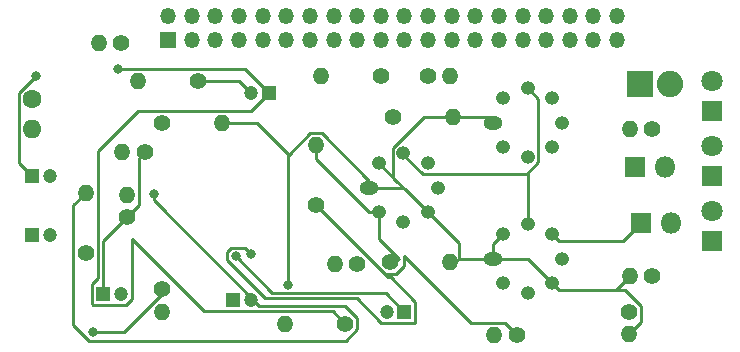
<source format=gbr>
%TF.GenerationSoftware,KiCad,Pcbnew,(5.1.10)-1*%
%TF.CreationDate,2021-06-16T23:55:04+02:00*%
%TF.ProjectId,_Final_EEE3088Project,5f46696e-616c-45f4-9545-453330383850,rev?*%
%TF.SameCoordinates,Original*%
%TF.FileFunction,Copper,L2,Bot*%
%TF.FilePolarity,Positive*%
%FSLAX46Y46*%
G04 Gerber Fmt 4.6, Leading zero omitted, Abs format (unit mm)*
G04 Created by KiCad (PCBNEW (5.1.10)-1) date 2021-06-16 23:55:04*
%MOMM*%
%LPD*%
G01*
G04 APERTURE LIST*
%TA.AperFunction,ComponentPad*%
%ADD10O,1.400000X1.400000*%
%TD*%
%TA.AperFunction,ComponentPad*%
%ADD11C,1.400000*%
%TD*%
%TA.AperFunction,ComponentPad*%
%ADD12C,1.200000*%
%TD*%
%TA.AperFunction,ComponentPad*%
%ADD13R,1.200000X1.200000*%
%TD*%
%TA.AperFunction,ComponentPad*%
%ADD14R,2.240000X2.240000*%
%TD*%
%TA.AperFunction,ComponentPad*%
%ADD15O,2.240000X2.240000*%
%TD*%
%TA.AperFunction,ComponentPad*%
%ADD16R,1.800000X1.800000*%
%TD*%
%TA.AperFunction,ComponentPad*%
%ADD17O,1.800000X1.800000*%
%TD*%
%TA.AperFunction,ComponentPad*%
%ADD18R,1.350000X1.350000*%
%TD*%
%TA.AperFunction,ComponentPad*%
%ADD19O,1.350000X1.350000*%
%TD*%
%TA.AperFunction,ComponentPad*%
%ADD20C,1.600000*%
%TD*%
%TA.AperFunction,ComponentPad*%
%ADD21O,1.600000X1.600000*%
%TD*%
%TA.AperFunction,ComponentPad*%
%ADD22C,1.800000*%
%TD*%
%TA.AperFunction,ComponentPad*%
%ADD23O,1.600000X1.200000*%
%TD*%
%TA.AperFunction,ComponentPad*%
%ADD24O,1.200000X1.200000*%
%TD*%
%TA.AperFunction,ViaPad*%
%ADD25C,0.800000*%
%TD*%
%TA.AperFunction,Conductor*%
%ADD26C,0.250000*%
%TD*%
G04 APERTURE END LIST*
D10*
%TO.P,R5,2*%
%TO.N,Net-(Buck/Boost1-Pad11)*%
X107720000Y-80200000D03*
D11*
%TO.P,R5,1*%
%TO.N,Net-(C3-Pad2)*%
X112800000Y-80200000D03*
%TD*%
%TO.P,R4,1*%
%TO.N,Net-(Buck/Boost1-Pad7)*%
X109800000Y-83700000D03*
D10*
%TO.P,R4,2*%
%TO.N,GND*%
X114880000Y-83700000D03*
%TD*%
D12*
%TO.P,C1,2*%
%TO.N,GND*%
X100300000Y-88200000D03*
D13*
%TO.P,C1,1*%
%TO.N,Net-(Buck/Boost1-Pad1)*%
X98800000Y-88200000D03*
%TD*%
%TO.P,C2,1*%
%TO.N,Vin*%
X115800000Y-98700000D03*
D12*
%TO.P,C2,2*%
%TO.N,GND*%
X117300000Y-98700000D03*
%TD*%
D13*
%TO.P,C3,1*%
%TO.N,Net-(Buck/Boost1-Pad12)*%
X118800000Y-81200000D03*
D12*
%TO.P,C3,2*%
%TO.N,Net-(C3-Pad2)*%
X117300000Y-81200000D03*
%TD*%
%TO.P,C4,2*%
%TO.N,GND*%
X100300000Y-93200000D03*
D13*
%TO.P,C4,1*%
%TO.N,Net-(Buck/Boost1-Pad7)*%
X98800000Y-93200000D03*
%TD*%
D12*
%TO.P,C5,2*%
%TO.N,Net-(Buck/Boost1-Pad12)*%
X128800000Y-99700000D03*
D13*
%TO.P,C5,1*%
%TO.N,Net-(C5-Pad1)*%
X130300000Y-99700000D03*
%TD*%
%TO.P,C6,1*%
%TO.N,/Vreg*%
X104800000Y-98200000D03*
D12*
%TO.P,C6,2*%
%TO.N,GND*%
X106300000Y-98200000D03*
%TD*%
D14*
%TO.P,D1,1*%
%TO.N,Net-(D1-Pad1)*%
X150260000Y-80450000D03*
D15*
%TO.P,D1,2*%
%TO.N,Net-(D1-Pad2)*%
X152800000Y-80450000D03*
%TD*%
D16*
%TO.P,D2,1*%
%TO.N,Net-(D2-Pad1)*%
X149800000Y-87450000D03*
D17*
%TO.P,D2,2*%
%TO.N,Net-(D2-Pad2)*%
X152340000Y-87450000D03*
%TD*%
%TO.P,D3,2*%
%TO.N,Net-(D3-Pad2)*%
X152840000Y-92200000D03*
D16*
%TO.P,D3,1*%
%TO.N,Net-(D3-Pad1)*%
X150300000Y-92200000D03*
%TD*%
D18*
%TO.P,J1,1*%
%TO.N,Vin*%
X110300000Y-76700000D03*
D19*
%TO.P,J1,2*%
%TO.N,Net-(J1-Pad2)*%
X110300000Y-74700000D03*
%TO.P,J1,3*%
%TO.N,Net-(J1-Pad3)*%
X112300000Y-76700000D03*
%TO.P,J1,4*%
%TO.N,Net-(J1-Pad4)*%
X112300000Y-74700000D03*
%TO.P,J1,5*%
%TO.N,Net-(J1-Pad5)*%
X114300000Y-76700000D03*
%TO.P,J1,6*%
%TO.N,GND*%
X114300000Y-74700000D03*
%TO.P,J1,7*%
%TO.N,Net-(J1-Pad7)*%
X116300000Y-76700000D03*
%TO.P,J1,8*%
%TO.N,Net-(J1-Pad8)*%
X116300000Y-74700000D03*
%TO.P,J1,9*%
%TO.N,Net-(J1-Pad9)*%
X118300000Y-76700000D03*
%TO.P,J1,10*%
%TO.N,Net-(J1-Pad10)*%
X118300000Y-74700000D03*
%TO.P,J1,11*%
%TO.N,Net-(J1-Pad11)*%
X120300000Y-76700000D03*
%TO.P,J1,12*%
%TO.N,Net-(J1-Pad12)*%
X120300000Y-74700000D03*
%TO.P,J1,13*%
%TO.N,Net-(J1-Pad13)*%
X122300000Y-76700000D03*
%TO.P,J1,14*%
%TO.N,Net-(J1-Pad14)*%
X122300000Y-74700000D03*
%TO.P,J1,15*%
%TO.N,Net-(J1-Pad15)*%
X124300000Y-76700000D03*
%TO.P,J1,16*%
%TO.N,Net-(J1-Pad16)*%
X124300000Y-74700000D03*
%TO.P,J1,17*%
%TO.N,Net-(J1-Pad17)*%
X126300000Y-76700000D03*
%TO.P,J1,18*%
%TO.N,Net-(J1-Pad18)*%
X126300000Y-74700000D03*
%TO.P,J1,19*%
%TO.N,Net-(J1-Pad19)*%
X128300000Y-76700000D03*
%TO.P,J1,20*%
%TO.N,Net-(J1-Pad20)*%
X128300000Y-74700000D03*
%TO.P,J1,21*%
%TO.N,Net-(J1-Pad21)*%
X130300000Y-76700000D03*
%TO.P,J1,22*%
%TO.N,Net-(J1-Pad22)*%
X130300000Y-74700000D03*
%TO.P,J1,23*%
%TO.N,Net-(J1-Pad23)*%
X132300000Y-76700000D03*
%TO.P,J1,24*%
%TO.N,Net-(J1-Pad24)*%
X132300000Y-74700000D03*
%TO.P,J1,25*%
%TO.N,Net-(J1-Pad25)*%
X134300000Y-76700000D03*
%TO.P,J1,26*%
%TO.N,Net-(J1-Pad26)*%
X134300000Y-74700000D03*
%TO.P,J1,27*%
%TO.N,Net-(J1-Pad27)*%
X136300000Y-76700000D03*
%TO.P,J1,28*%
%TO.N,Net-(J1-Pad28)*%
X136300000Y-74700000D03*
%TO.P,J1,29*%
%TO.N,Net-(J1-Pad29)*%
X138300000Y-76700000D03*
%TO.P,J1,30*%
%TO.N,Net-(J1-Pad30)*%
X138300000Y-74700000D03*
%TO.P,J1,31*%
%TO.N,Net-(J1-Pad31)*%
X140300000Y-76700000D03*
%TO.P,J1,32*%
%TO.N,Net-(J1-Pad32)*%
X140300000Y-74700000D03*
%TO.P,J1,33*%
%TO.N,Net-(J1-Pad33)*%
X142300000Y-76700000D03*
%TO.P,J1,34*%
%TO.N,Net-(J1-Pad34)*%
X142300000Y-74700000D03*
%TO.P,J1,35*%
%TO.N,Net-(J1-Pad35)*%
X144300000Y-76700000D03*
%TO.P,J1,36*%
%TO.N,Net-(J1-Pad36)*%
X144300000Y-74700000D03*
%TO.P,J1,37*%
%TO.N,Net-(J1-Pad37)*%
X146300000Y-76700000D03*
%TO.P,J1,38*%
%TO.N,Net-(J1-Pad38)*%
X146300000Y-74700000D03*
%TO.P,J1,39*%
%TO.N,Net-(J1-Pad39)*%
X148300000Y-76700000D03*
%TO.P,J1,40*%
%TO.N,Net-(J1-Pad40)*%
X148300000Y-74700000D03*
%TD*%
D20*
%TO.P,L1,1*%
%TO.N,Net-(Buck/Boost1-Pad4)*%
X98800000Y-81700000D03*
D21*
%TO.P,L1,2*%
%TO.N,Net-(Buck/Boost1-Pad6)*%
X98800000Y-84240000D03*
%TD*%
D16*
%TO.P,LED1,1*%
%TO.N,Net-(LED1-Pad1)*%
X156300000Y-82700000D03*
D22*
%TO.P,LED1,2*%
%TO.N,Net-(D1-Pad2)*%
X156300000Y-80160000D03*
%TD*%
%TO.P,LED2,2*%
%TO.N,Net-(D2-Pad2)*%
X156300000Y-85660000D03*
D16*
%TO.P,LED2,1*%
%TO.N,Net-(LED2-Pad1)*%
X156300000Y-88200000D03*
%TD*%
%TO.P,LED3,1*%
%TO.N,Net-(LED3-Pad1)*%
X156300000Y-93700000D03*
D22*
%TO.P,LED3,2*%
%TO.N,Net-(D3-Pad2)*%
X156300000Y-91160000D03*
%TD*%
D23*
%TO.P,OP1,1*%
%TO.N,GND*%
X137800000Y-83700000D03*
D24*
%TO.P,OP1,2*%
%TO.N,Net-(OP1-Pad2)*%
X138655248Y-85764752D03*
%TO.P,OP1,3*%
%TO.N,Net-(OP1-Pad3)*%
X140720000Y-86620000D03*
%TO.P,OP1,4*%
%TO.N,GND*%
X142784752Y-85764752D03*
%TO.P,OP1,5*%
%TO.N,Net-(OP1-Pad5)*%
X143640000Y-83700000D03*
%TO.P,OP1,6*%
%TO.N,Net-(D1-Pad1)*%
X142784752Y-81635248D03*
%TO.P,OP1,7*%
%TO.N,Vin*%
X140720000Y-80780000D03*
%TO.P,OP1,8*%
%TO.N,GND*%
X138655248Y-81635248D03*
%TD*%
%TO.P,OP2,8*%
%TO.N,GND*%
X128155248Y-87135248D03*
%TO.P,OP2,7*%
%TO.N,Vin*%
X130220000Y-86280000D03*
%TO.P,OP2,6*%
%TO.N,Net-(D2-Pad1)*%
X132284752Y-87135248D03*
%TO.P,OP2,5*%
%TO.N,Net-(OP2-Pad5)*%
X133140000Y-89200000D03*
%TO.P,OP2,4*%
%TO.N,GND*%
X132284752Y-91264752D03*
%TO.P,OP2,3*%
%TO.N,Net-(OP1-Pad3)*%
X130220000Y-92120000D03*
%TO.P,OP2,2*%
%TO.N,Net-(OP2-Pad2)*%
X128155248Y-91264752D03*
D23*
%TO.P,OP2,1*%
%TO.N,GND*%
X127300000Y-89200000D03*
%TD*%
%TO.P,OP3,1*%
%TO.N,GND*%
X137800000Y-95200000D03*
D24*
%TO.P,OP3,2*%
%TO.N,Net-(OP3-Pad2)*%
X138655248Y-97264752D03*
%TO.P,OP3,3*%
%TO.N,Net-(OP1-Pad3)*%
X140720000Y-98120000D03*
%TO.P,OP3,4*%
%TO.N,GND*%
X142784752Y-97264752D03*
%TO.P,OP3,5*%
%TO.N,Net-(OP3-Pad5)*%
X143640000Y-95200000D03*
%TO.P,OP3,6*%
%TO.N,Net-(D3-Pad1)*%
X142784752Y-93135248D03*
%TO.P,OP3,7*%
%TO.N,Vin*%
X140720000Y-92280000D03*
%TO.P,OP3,8*%
%TO.N,GND*%
X138655248Y-93135248D03*
%TD*%
D10*
%TO.P,R1,2*%
%TO.N,Net-(Buck/Boost1-Pad1)*%
X104400000Y-76950000D03*
D11*
%TO.P,R1,1*%
%TO.N,Vin*%
X106300000Y-76950000D03*
%TD*%
%TO.P,R2,1*%
%TO.N,Net-(Buck/Boost1-Pad2)*%
X109800000Y-97800000D03*
D10*
%TO.P,R2,2*%
%TO.N,GND*%
X109800000Y-99700000D03*
%TD*%
D11*
%TO.P,R3,1*%
%TO.N,/Vreg*%
X108300000Y-86200000D03*
D10*
%TO.P,R3,2*%
%TO.N,Net-(R3-Pad2)*%
X106400000Y-86200000D03*
%TD*%
D11*
%TO.P,R6,1*%
%TO.N,/Vreg*%
X128300000Y-79700000D03*
D10*
%TO.P,R6,2*%
%TO.N,Net-(Buck/Boost1-Pad12)*%
X123220000Y-79700000D03*
%TD*%
D11*
%TO.P,R7,1*%
%TO.N,Net-(Buck/Boost1-Pad12)*%
X125300000Y-100700000D03*
D10*
%TO.P,R7,2*%
%TO.N,GND*%
X120220000Y-100700000D03*
%TD*%
%TO.P,R8,2*%
%TO.N,/Vtemp*%
X124400000Y-95700000D03*
D11*
%TO.P,R8,1*%
%TO.N,Net-(OP1-Pad3)*%
X126300000Y-95700000D03*
%TD*%
D10*
%TO.P,R9,2*%
%TO.N,Net-(C5-Pad1)*%
X106800000Y-89800000D03*
D11*
%TO.P,R9,1*%
%TO.N,/Vreg*%
X106800000Y-91700000D03*
%TD*%
%TO.P,R10,1*%
%TO.N,Net-(LED1-Pad1)*%
X151300000Y-84200000D03*
D10*
%TO.P,R10,2*%
%TO.N,GND*%
X149400000Y-84200000D03*
%TD*%
D11*
%TO.P,R11,1*%
%TO.N,/Vreg*%
X132300000Y-79700000D03*
D10*
%TO.P,R11,2*%
%TO.N,Net-(OP1-Pad2)*%
X134200000Y-79700000D03*
%TD*%
%TO.P,R12,2*%
%TO.N,GND*%
X134380000Y-83200000D03*
D11*
%TO.P,R12,1*%
%TO.N,Net-(OP1-Pad2)*%
X129300000Y-83200000D03*
%TD*%
D10*
%TO.P,R13,2*%
%TO.N,GND*%
X103300000Y-89620000D03*
D11*
%TO.P,R13,1*%
%TO.N,Net-(LED2-Pad1)*%
X103300000Y-94700000D03*
%TD*%
%TO.P,R14,1*%
%TO.N,/Vreg*%
X122800000Y-90700000D03*
D10*
%TO.P,R14,2*%
%TO.N,Net-(OP2-Pad2)*%
X122800000Y-85620000D03*
%TD*%
%TO.P,R15,2*%
%TO.N,GND*%
X134180000Y-95500000D03*
D11*
%TO.P,R15,1*%
%TO.N,Net-(OP2-Pad2)*%
X129100000Y-95500000D03*
%TD*%
D10*
%TO.P,R16,2*%
%TO.N,GND*%
X149400000Y-96700000D03*
D11*
%TO.P,R16,1*%
%TO.N,Net-(LED3-Pad1)*%
X151300000Y-96700000D03*
%TD*%
D10*
%TO.P,R17,2*%
%TO.N,Net-(OP3-Pad2)*%
X137900000Y-101700000D03*
D11*
%TO.P,R17,1*%
%TO.N,/Vreg*%
X139800000Y-101700000D03*
%TD*%
%TO.P,R18,1*%
%TO.N,Net-(OP3-Pad2)*%
X149300000Y-99700000D03*
D10*
%TO.P,R18,2*%
%TO.N,GND*%
X149300000Y-101600000D03*
%TD*%
D25*
%TO.N,Net-(Buck/Boost1-Pad1)*%
X99134998Y-79700000D03*
%TO.N,Net-(Buck/Boost1-Pad2)*%
X103950000Y-101450000D03*
%TO.N,GND*%
X120400000Y-97400000D03*
X120400000Y-97400000D03*
X109100000Y-89700000D03*
%TO.N,/Vreg*%
X117300000Y-94800000D03*
%TO.N,Net-(Buck/Boost1-Pad12)*%
X106025001Y-79174999D03*
%TO.N,Net-(C5-Pad1)*%
X116000000Y-95000000D03*
%TD*%
D26*
%TO.N,Net-(Buck/Boost1-Pad1)*%
X97674999Y-81159999D02*
X99134998Y-79700000D01*
X97674999Y-87074999D02*
X97674999Y-81159999D01*
X98800000Y-88200000D02*
X97674999Y-87074999D01*
X99134998Y-79700000D02*
X99134998Y-79700000D01*
%TO.N,Net-(Buck/Boost1-Pad2)*%
X109800000Y-98182998D02*
X109800000Y-97800000D01*
X106532998Y-101450000D02*
X109800000Y-98182998D01*
X103950000Y-101450000D02*
X106532998Y-101450000D01*
%TO.N,GND*%
X134880000Y-93860000D02*
X132284752Y-91264752D01*
X134880000Y-95200000D02*
X134880000Y-93860000D01*
X130220000Y-89200000D02*
X127300000Y-89200000D01*
X134880000Y-95200000D02*
X137800000Y-95200000D01*
X137800000Y-93990496D02*
X138655248Y-93135248D01*
X137800000Y-95200000D02*
X137800000Y-93990496D01*
X140720000Y-95200000D02*
X142784752Y-97264752D01*
X137800000Y-95200000D02*
X140720000Y-95200000D01*
X148235249Y-97864751D02*
X149400000Y-96700000D01*
X142784752Y-97264752D02*
X143384751Y-97864751D01*
X148981753Y-97864751D02*
X147764751Y-97864751D01*
X150325001Y-100574999D02*
X150325001Y-99207999D01*
X149300000Y-101600000D02*
X150325001Y-100574999D01*
X150325001Y-99207999D02*
X148981753Y-97864751D01*
X147764751Y-97864751D02*
X148235249Y-97864751D01*
X143384751Y-97864751D02*
X147764751Y-97864751D01*
X137300000Y-83200000D02*
X137800000Y-83700000D01*
X134380000Y-83200000D02*
X137300000Y-83200000D01*
X129294999Y-85835999D02*
X129294999Y-88274999D01*
X134380000Y-83200000D02*
X131930998Y-83200000D01*
X130310000Y-89290000D02*
X130220000Y-89200000D01*
X132284752Y-91264752D02*
X130310000Y-89290000D01*
X128155248Y-87135248D02*
X129610000Y-88590000D01*
X129610000Y-88590000D02*
X130310000Y-89290000D01*
X129294999Y-88274999D02*
X129610000Y-88590000D01*
X127300000Y-88602998D02*
X127300000Y-89200000D01*
X123292001Y-84594999D02*
X127300000Y-88602998D01*
X122307999Y-84594999D02*
X123292001Y-84594999D01*
X120400000Y-97400000D02*
X120400000Y-86502998D01*
X117800000Y-83700000D02*
X120501499Y-86401499D01*
X114880000Y-83700000D02*
X117800000Y-83700000D01*
X120501499Y-86401499D02*
X122307999Y-84594999D01*
X120400000Y-86502998D02*
X120501499Y-86401499D01*
X131930998Y-83200000D02*
X129294999Y-85835999D01*
X102274999Y-90645001D02*
X103300000Y-89620000D01*
X102274999Y-100848001D02*
X102274999Y-90645001D01*
X125342001Y-102175001D02*
X103601999Y-102175001D01*
X126325001Y-101192001D02*
X125342001Y-102175001D01*
X103601999Y-102175001D02*
X102274999Y-100848001D01*
X126325001Y-100207999D02*
X126325001Y-101192001D01*
X118009306Y-99174991D02*
X125291993Y-99174991D01*
X125291993Y-99174991D02*
X126325001Y-100207999D01*
X109100000Y-90265685D02*
X118009306Y-99174991D01*
X109100000Y-89700000D02*
X109100000Y-90265685D01*
X134580000Y-95500000D02*
X134880000Y-95200000D01*
X134180000Y-95500000D02*
X134580000Y-95500000D01*
%TO.N,/Vreg*%
X104800000Y-93700000D02*
X106800000Y-91700000D01*
X104800000Y-98200000D02*
X104800000Y-93700000D01*
X107825001Y-86674999D02*
X108300000Y-86200000D01*
X107825001Y-90674999D02*
X107825001Y-86674999D01*
X106800000Y-91700000D02*
X107825001Y-90674999D01*
X139800000Y-101700000D02*
X139417002Y-101700000D01*
X129592001Y-96525001D02*
X128625001Y-96525001D01*
X130250009Y-95866993D02*
X129592001Y-96525001D01*
X130250009Y-95013599D02*
X130250009Y-95866993D01*
X128625001Y-96525001D02*
X122800000Y-90700000D01*
X135911409Y-100674999D02*
X130250009Y-95013599D01*
X138774999Y-100674999D02*
X135911409Y-100674999D01*
X139800000Y-101700000D02*
X138774999Y-100674999D01*
X129162010Y-96777008D02*
X128877008Y-96777008D01*
X131225001Y-100560001D02*
X131225001Y-98839999D01*
X131160001Y-100625001D02*
X131225001Y-100560001D01*
X128877008Y-96777008D02*
X122800000Y-90700000D01*
X131225001Y-98839999D02*
X129162010Y-96777008D01*
X128355999Y-100625001D02*
X131160001Y-100625001D01*
X126306009Y-98575011D02*
X128355999Y-100625001D01*
X118502009Y-98575011D02*
X126306009Y-98575011D01*
X115274999Y-94651999D02*
X115274999Y-95348001D01*
X115274999Y-95348001D02*
X118502009Y-98575011D01*
X116774999Y-94274999D02*
X115651999Y-94274999D01*
X115651999Y-94274999D02*
X115274999Y-94651999D01*
X117300000Y-94800000D02*
X116774999Y-94274999D01*
%TO.N,Vin*%
X131840751Y-88060249D02*
X130220000Y-86439498D01*
X140648753Y-88060249D02*
X131840751Y-88060249D01*
X130220000Y-86439498D02*
X130220000Y-86280000D01*
X141645001Y-87064001D02*
X140648753Y-88060249D01*
X141645001Y-81705001D02*
X141645001Y-87064001D01*
X140720000Y-80780000D02*
X141645001Y-81705001D01*
X140720000Y-88131496D02*
X140648753Y-88060249D01*
X140720000Y-92280000D02*
X140720000Y-88131496D01*
%TO.N,Net-(Buck/Boost1-Pad12)*%
X116774999Y-79174999D02*
X118800000Y-81200000D01*
X106025001Y-79174999D02*
X116774999Y-79174999D01*
X107771589Y-82674999D02*
X117325001Y-82674999D01*
X104349990Y-86096598D02*
X107771589Y-82674999D01*
X104349990Y-96865008D02*
X104349990Y-86096598D01*
X103874999Y-97339999D02*
X104349990Y-96865008D01*
X117325001Y-82674999D02*
X118800000Y-81200000D01*
X103874999Y-99060001D02*
X103874999Y-97339999D01*
X106744001Y-99125001D02*
X103939999Y-99125001D01*
X107225001Y-98644001D02*
X106744001Y-99125001D01*
X103939999Y-99125001D02*
X103874999Y-99060001D01*
X107225001Y-93538593D02*
X107225001Y-98644001D01*
X124225001Y-99625001D02*
X113311409Y-99625001D01*
X113311409Y-99625001D02*
X107225001Y-93538593D01*
X125300000Y-100700000D02*
X124225001Y-99625001D01*
%TO.N,Net-(C3-Pad2)*%
X116300000Y-80200000D02*
X117300000Y-81200000D01*
X112800000Y-80200000D02*
X116300000Y-80200000D01*
%TO.N,Net-(C5-Pad1)*%
X128725001Y-98125001D02*
X119125001Y-98125001D01*
X130300000Y-99700000D02*
X128725001Y-98125001D01*
X119125001Y-98125001D02*
X116000000Y-95000000D01*
X116000000Y-95000000D02*
X116000000Y-95000000D01*
%TO.N,Net-(D3-Pad1)*%
X148764753Y-93735247D02*
X150300000Y-92200000D01*
X143384751Y-93735247D02*
X148764753Y-93735247D01*
X142784752Y-93135248D02*
X143384751Y-93735247D01*
%TO.N,Net-(OP2-Pad2)*%
X128155248Y-93555248D02*
X128155248Y-91264752D01*
X129800000Y-95200000D02*
X128155248Y-93555248D01*
X122800000Y-86758032D02*
X122800000Y-85620000D01*
X127306720Y-91264752D02*
X122800000Y-86758032D01*
X128155248Y-91264752D02*
X127306720Y-91264752D01*
X129500000Y-95500000D02*
X129800000Y-95200000D01*
X129100000Y-95500000D02*
X129500000Y-95500000D01*
%TD*%
M02*

</source>
